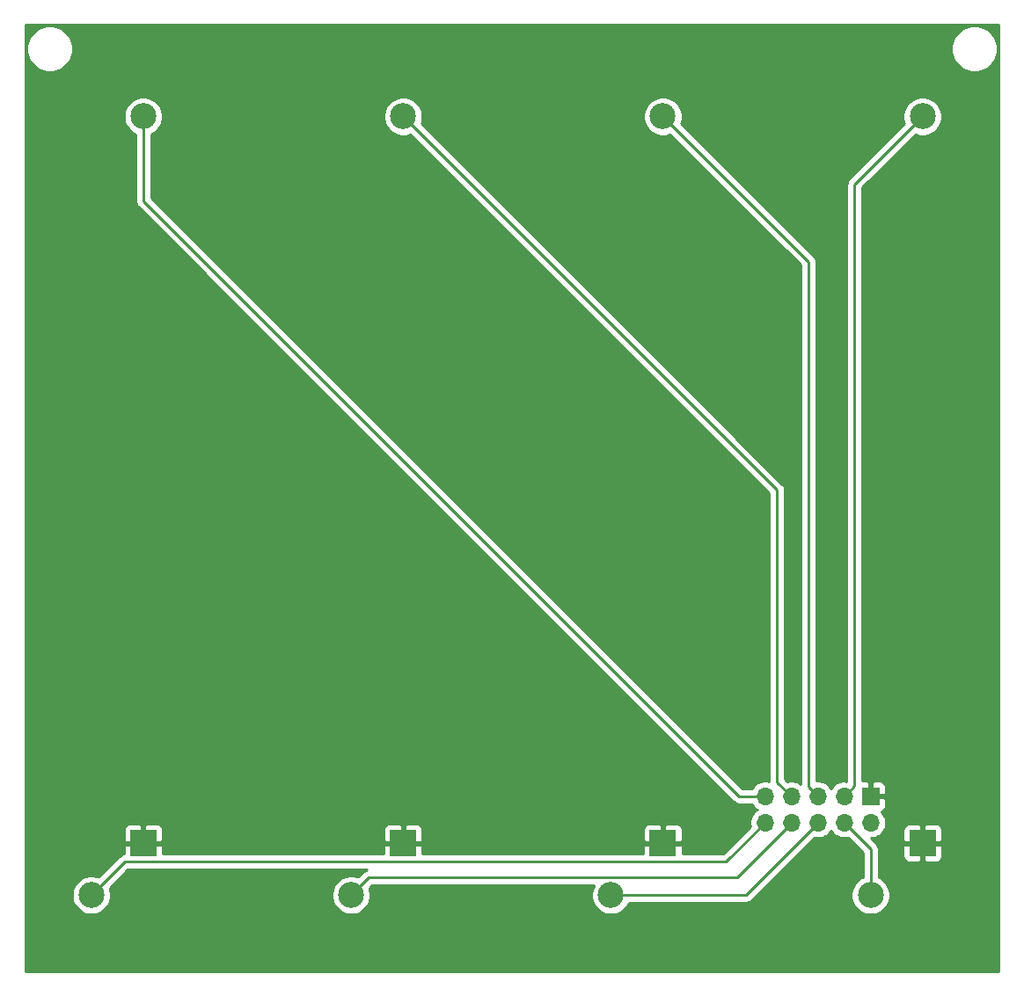
<source format=gbr>
%TF.GenerationSoftware,KiCad,Pcbnew,5.1.9-73d0e3b20d~88~ubuntu20.04.1*%
%TF.CreationDate,2021-04-01T10:52:46-04:00*%
%TF.ProjectId,ao_output,616f5f6f-7574-4707-9574-2e6b69636164,rev?*%
%TF.SameCoordinates,Original*%
%TF.FileFunction,Copper,L1,Top*%
%TF.FilePolarity,Positive*%
%FSLAX46Y46*%
G04 Gerber Fmt 4.6, Leading zero omitted, Abs format (unit mm)*
G04 Created by KiCad (PCBNEW 5.1.9-73d0e3b20d~88~ubuntu20.04.1) date 2021-04-01 10:52:46*
%MOMM*%
%LPD*%
G01*
G04 APERTURE LIST*
%TA.AperFunction,ComponentPad*%
%ADD10O,1.700000X1.700000*%
%TD*%
%TA.AperFunction,ComponentPad*%
%ADD11R,1.700000X1.700000*%
%TD*%
%TA.AperFunction,ComponentPad*%
%ADD12R,2.500000X2.500000*%
%TD*%
%TA.AperFunction,ComponentPad*%
%ADD13C,2.500000*%
%TD*%
%TA.AperFunction,Conductor*%
%ADD14C,0.250000*%
%TD*%
%TA.AperFunction,Conductor*%
%ADD15C,0.254000*%
%TD*%
%TA.AperFunction,Conductor*%
%ADD16C,0.100000*%
%TD*%
G04 APERTURE END LIST*
D10*
%TO.P,J11,10*%
%TO.N,IN4A*%
X-25660000Y-90040000D03*
%TO.P,J11,9*%
%TO.N,IN4*%
X-25660000Y-87500000D03*
%TO.P,J11,8*%
%TO.N,IN3A*%
X-23120000Y-90040000D03*
%TO.P,J11,7*%
%TO.N,IN3*%
X-23120000Y-87500000D03*
%TO.P,J11,6*%
%TO.N,IN2A*%
X-20580000Y-90040000D03*
%TO.P,J11,5*%
%TO.N,IN2*%
X-20580000Y-87500000D03*
%TO.P,J11,4*%
%TO.N,IN1A*%
X-18040000Y-90040000D03*
%TO.P,J11,3*%
%TO.N,IN1*%
X-18040000Y-87500000D03*
%TO.P,J11,2*%
%TO.N,Net-(J11-Pad2)*%
X-15500000Y-90040000D03*
D11*
%TO.P,J11,1*%
%TO.N,GND1*%
X-15500000Y-87500000D03*
%TD*%
D12*
%TO.P,RV2,1*%
%TO.N,GND1*%
X-35500000Y-92000000D03*
D13*
%TO.P,RV2,2*%
%TO.N,IN2A*%
X-40500000Y-97000000D03*
%TO.P,RV2,3*%
%TO.N,IN2*%
X-35500000Y-22000000D03*
%TD*%
D12*
%TO.P,RV1,1*%
%TO.N,GND1*%
X-10500000Y-92000000D03*
D13*
%TO.P,RV1,2*%
%TO.N,IN1A*%
X-15500000Y-97000000D03*
%TO.P,RV1,3*%
%TO.N,IN1*%
X-10500000Y-22000000D03*
%TD*%
D12*
%TO.P,RV4,1*%
%TO.N,GND1*%
X-85500000Y-92000000D03*
D13*
%TO.P,RV4,2*%
%TO.N,IN4A*%
X-90500000Y-97000000D03*
%TO.P,RV4,3*%
%TO.N,IN4*%
X-85500000Y-22000000D03*
%TD*%
D12*
%TO.P,RV3,1*%
%TO.N,GND1*%
X-60500000Y-92000000D03*
D13*
%TO.P,RV3,2*%
%TO.N,IN3A*%
X-65500000Y-97000000D03*
%TO.P,RV3,3*%
%TO.N,IN3*%
X-60500000Y-22000000D03*
%TD*%
D14*
%TO.N,IN4A*%
X-87300000Y-93800000D02*
X-90500000Y-97000000D01*
X-29420000Y-93800000D02*
X-87300000Y-93800000D01*
X-25660000Y-90040000D02*
X-29420000Y-93800000D01*
%TO.N,IN4*%
X-25660000Y-87500000D02*
X-28160000Y-87500000D01*
X-28160000Y-87500000D02*
X-85500000Y-30160000D01*
X-85500000Y-30160000D02*
X-85500000Y-22000000D01*
%TO.N,IN3A*%
X-28380000Y-95300000D02*
X-63800000Y-95300000D01*
X-23120000Y-90040000D02*
X-28380000Y-95300000D01*
X-63800000Y-95300000D02*
X-65500000Y-97000000D01*
%TO.N,IN3*%
X-24500000Y-58000000D02*
X-60500000Y-22000000D01*
X-24500000Y-86120000D02*
X-24500000Y-58000000D01*
X-23120000Y-87500000D02*
X-24500000Y-86120000D01*
%TO.N,IN2A*%
X-27500000Y-97000000D02*
X-40500000Y-97000000D01*
X-20580000Y-90080000D02*
X-27500000Y-97000000D01*
X-20580000Y-90040000D02*
X-20580000Y-90080000D01*
%TO.N,IN2*%
X-21500000Y-36000000D02*
X-35500000Y-22000000D01*
X-20580000Y-87500000D02*
X-21500000Y-86580000D01*
X-21500000Y-86580000D02*
X-21500000Y-36000000D01*
%TO.N,IN1A*%
X-15500000Y-92580000D02*
X-18040000Y-90040000D01*
X-15500000Y-97000000D02*
X-15500000Y-92580000D01*
%TO.N,IN1*%
X-17040000Y-28540000D02*
X-10500000Y-22000000D01*
X-18040000Y-87500000D02*
X-17040000Y-86500000D01*
X-17040000Y-86500000D02*
X-17040000Y-28540000D01*
%TD*%
D15*
%TO.N,GND1*%
X-3184999Y-104315000D02*
X-96815000Y-104315000D01*
X-96815000Y-96814344D01*
X-92385000Y-96814344D01*
X-92385000Y-97185656D01*
X-92312561Y-97549834D01*
X-92170466Y-97892882D01*
X-91964175Y-98201618D01*
X-91701618Y-98464175D01*
X-91392882Y-98670466D01*
X-91049834Y-98812561D01*
X-90685656Y-98885000D01*
X-90314344Y-98885000D01*
X-89950166Y-98812561D01*
X-89607118Y-98670466D01*
X-89298382Y-98464175D01*
X-89035825Y-98201618D01*
X-88829534Y-97892882D01*
X-88687439Y-97549834D01*
X-88615000Y-97185656D01*
X-88615000Y-96814344D01*
X-88687439Y-96450166D01*
X-88742481Y-96317283D01*
X-86985197Y-94560000D01*
X-63978665Y-94560000D01*
X-64092247Y-94594454D01*
X-64224277Y-94665026D01*
X-64307917Y-94733668D01*
X-64340001Y-94759999D01*
X-64363799Y-94788997D01*
X-64817283Y-95242481D01*
X-64950166Y-95187439D01*
X-65314344Y-95115000D01*
X-65685656Y-95115000D01*
X-66049834Y-95187439D01*
X-66392882Y-95329534D01*
X-66701618Y-95535825D01*
X-66964175Y-95798382D01*
X-67170466Y-96107118D01*
X-67312561Y-96450166D01*
X-67385000Y-96814344D01*
X-67385000Y-97185656D01*
X-67312561Y-97549834D01*
X-67170466Y-97892882D01*
X-66964175Y-98201618D01*
X-66701618Y-98464175D01*
X-66392882Y-98670466D01*
X-66049834Y-98812561D01*
X-65685656Y-98885000D01*
X-65314344Y-98885000D01*
X-64950166Y-98812561D01*
X-64607118Y-98670466D01*
X-64298382Y-98464175D01*
X-64035825Y-98201618D01*
X-63829534Y-97892882D01*
X-63687439Y-97549834D01*
X-63615000Y-97185656D01*
X-63615000Y-96814344D01*
X-63687439Y-96450166D01*
X-63742481Y-96317283D01*
X-63485198Y-96060000D01*
X-42138983Y-96060000D01*
X-42170466Y-96107118D01*
X-42312561Y-96450166D01*
X-42385000Y-96814344D01*
X-42385000Y-97185656D01*
X-42312561Y-97549834D01*
X-42170466Y-97892882D01*
X-41964175Y-98201618D01*
X-41701618Y-98464175D01*
X-41392882Y-98670466D01*
X-41049834Y-98812561D01*
X-40685656Y-98885000D01*
X-40314344Y-98885000D01*
X-39950166Y-98812561D01*
X-39607118Y-98670466D01*
X-39298382Y-98464175D01*
X-39035825Y-98201618D01*
X-38829534Y-97892882D01*
X-38774493Y-97760000D01*
X-27537322Y-97760000D01*
X-27500000Y-97763676D01*
X-27462678Y-97760000D01*
X-27462667Y-97760000D01*
X-27351014Y-97749003D01*
X-27207753Y-97705546D01*
X-27075724Y-97634974D01*
X-26959999Y-97540001D01*
X-26936196Y-97510997D01*
X-20913044Y-91487846D01*
X-20726260Y-91525000D01*
X-20433740Y-91525000D01*
X-20146842Y-91467932D01*
X-19876589Y-91355990D01*
X-19633368Y-91193475D01*
X-19426525Y-90986632D01*
X-19310000Y-90812240D01*
X-19193475Y-90986632D01*
X-18986632Y-91193475D01*
X-18743411Y-91355990D01*
X-18473158Y-91467932D01*
X-18186260Y-91525000D01*
X-17893740Y-91525000D01*
X-17673592Y-91481210D01*
X-16259999Y-92894804D01*
X-16260000Y-95274492D01*
X-16392882Y-95329534D01*
X-16701618Y-95535825D01*
X-16964175Y-95798382D01*
X-17170466Y-96107118D01*
X-17312561Y-96450166D01*
X-17385000Y-96814344D01*
X-17385000Y-97185656D01*
X-17312561Y-97549834D01*
X-17170466Y-97892882D01*
X-16964175Y-98201618D01*
X-16701618Y-98464175D01*
X-16392882Y-98670466D01*
X-16049834Y-98812561D01*
X-15685656Y-98885000D01*
X-15314344Y-98885000D01*
X-14950166Y-98812561D01*
X-14607118Y-98670466D01*
X-14298382Y-98464175D01*
X-14035825Y-98201618D01*
X-13829534Y-97892882D01*
X-13687439Y-97549834D01*
X-13615000Y-97185656D01*
X-13615000Y-96814344D01*
X-13687439Y-96450166D01*
X-13829534Y-96107118D01*
X-14035825Y-95798382D01*
X-14298382Y-95535825D01*
X-14607118Y-95329534D01*
X-14740000Y-95274493D01*
X-14740000Y-93250000D01*
X-12388072Y-93250000D01*
X-12375812Y-93374482D01*
X-12339502Y-93494180D01*
X-12280537Y-93604494D01*
X-12201185Y-93701185D01*
X-12104494Y-93780537D01*
X-11994180Y-93839502D01*
X-11874482Y-93875812D01*
X-11750000Y-93888072D01*
X-10785750Y-93885000D01*
X-10627000Y-93726250D01*
X-10627000Y-92127000D01*
X-10373000Y-92127000D01*
X-10373000Y-93726250D01*
X-10214250Y-93885000D01*
X-9250000Y-93888072D01*
X-9125518Y-93875812D01*
X-9005820Y-93839502D01*
X-8895506Y-93780537D01*
X-8798815Y-93701185D01*
X-8719463Y-93604494D01*
X-8660498Y-93494180D01*
X-8624188Y-93374482D01*
X-8611928Y-93250000D01*
X-8615000Y-92285750D01*
X-8773750Y-92127000D01*
X-10373000Y-92127000D01*
X-10627000Y-92127000D01*
X-12226250Y-92127000D01*
X-12385000Y-92285750D01*
X-12388072Y-93250000D01*
X-14740000Y-93250000D01*
X-14740000Y-92617322D01*
X-14736324Y-92579999D01*
X-14740000Y-92542676D01*
X-14740000Y-92542667D01*
X-14750997Y-92431014D01*
X-14794454Y-92287753D01*
X-14865026Y-92155724D01*
X-14888599Y-92127000D01*
X-14936201Y-92068996D01*
X-14936205Y-92068992D01*
X-14959999Y-92039999D01*
X-14988992Y-92016205D01*
X-15480197Y-91525000D01*
X-15353740Y-91525000D01*
X-15066842Y-91467932D01*
X-14796589Y-91355990D01*
X-14553368Y-91193475D01*
X-14346525Y-90986632D01*
X-14188413Y-90750000D01*
X-12388072Y-90750000D01*
X-12385000Y-91714250D01*
X-12226250Y-91873000D01*
X-10627000Y-91873000D01*
X-10627000Y-90273750D01*
X-10373000Y-90273750D01*
X-10373000Y-91873000D01*
X-8773750Y-91873000D01*
X-8615000Y-91714250D01*
X-8611928Y-90750000D01*
X-8624188Y-90625518D01*
X-8660498Y-90505820D01*
X-8719463Y-90395506D01*
X-8798815Y-90298815D01*
X-8895506Y-90219463D01*
X-9005820Y-90160498D01*
X-9125518Y-90124188D01*
X-9250000Y-90111928D01*
X-10214250Y-90115000D01*
X-10373000Y-90273750D01*
X-10627000Y-90273750D01*
X-10785750Y-90115000D01*
X-11750000Y-90111928D01*
X-11874482Y-90124188D01*
X-11994180Y-90160498D01*
X-12104494Y-90219463D01*
X-12201185Y-90298815D01*
X-12280537Y-90395506D01*
X-12339502Y-90505820D01*
X-12375812Y-90625518D01*
X-12388072Y-90750000D01*
X-14188413Y-90750000D01*
X-14184010Y-90743411D01*
X-14072068Y-90473158D01*
X-14015000Y-90186260D01*
X-14015000Y-89893740D01*
X-14072068Y-89606842D01*
X-14184010Y-89336589D01*
X-14346525Y-89093368D01*
X-14478380Y-88961513D01*
X-14405820Y-88939502D01*
X-14295506Y-88880537D01*
X-14198815Y-88801185D01*
X-14119463Y-88704494D01*
X-14060498Y-88594180D01*
X-14024188Y-88474482D01*
X-14011928Y-88350000D01*
X-14015000Y-87785750D01*
X-14173750Y-87627000D01*
X-15373000Y-87627000D01*
X-15373000Y-87647000D01*
X-15627000Y-87647000D01*
X-15627000Y-87627000D01*
X-15647000Y-87627000D01*
X-15647000Y-87373000D01*
X-15627000Y-87373000D01*
X-15627000Y-86173750D01*
X-15373000Y-86173750D01*
X-15373000Y-87373000D01*
X-14173750Y-87373000D01*
X-14015000Y-87214250D01*
X-14011928Y-86650000D01*
X-14024188Y-86525518D01*
X-14060498Y-86405820D01*
X-14119463Y-86295506D01*
X-14198815Y-86198815D01*
X-14295506Y-86119463D01*
X-14405820Y-86060498D01*
X-14525518Y-86024188D01*
X-14650000Y-86011928D01*
X-15214250Y-86015000D01*
X-15373000Y-86173750D01*
X-15627000Y-86173750D01*
X-15785750Y-86015000D01*
X-16280000Y-86012309D01*
X-16280000Y-28854801D01*
X-11182717Y-23757519D01*
X-11049834Y-23812561D01*
X-10685656Y-23885000D01*
X-10314344Y-23885000D01*
X-9950166Y-23812561D01*
X-9607118Y-23670466D01*
X-9298382Y-23464175D01*
X-9035825Y-23201618D01*
X-8829534Y-22892882D01*
X-8687439Y-22549834D01*
X-8615000Y-22185656D01*
X-8615000Y-21814344D01*
X-8687439Y-21450166D01*
X-8829534Y-21107118D01*
X-9035825Y-20798382D01*
X-9298382Y-20535825D01*
X-9607118Y-20329534D01*
X-9950166Y-20187439D01*
X-10314344Y-20115000D01*
X-10685656Y-20115000D01*
X-11049834Y-20187439D01*
X-11392882Y-20329534D01*
X-11701618Y-20535825D01*
X-11964175Y-20798382D01*
X-12170466Y-21107118D01*
X-12312561Y-21450166D01*
X-12385000Y-21814344D01*
X-12385000Y-22185656D01*
X-12312561Y-22549834D01*
X-12257519Y-22682717D01*
X-17551002Y-27976201D01*
X-17580000Y-27999999D01*
X-17603798Y-28028997D01*
X-17603799Y-28028998D01*
X-17674974Y-28115724D01*
X-17745546Y-28247754D01*
X-17789002Y-28391015D01*
X-17803676Y-28540000D01*
X-17799999Y-28577333D01*
X-17800000Y-86033646D01*
X-17893740Y-86015000D01*
X-18186260Y-86015000D01*
X-18473158Y-86072068D01*
X-18743411Y-86184010D01*
X-18986632Y-86346525D01*
X-19193475Y-86553368D01*
X-19310000Y-86727760D01*
X-19426525Y-86553368D01*
X-19633368Y-86346525D01*
X-19876589Y-86184010D01*
X-20146842Y-86072068D01*
X-20433740Y-86015000D01*
X-20726260Y-86015000D01*
X-20740000Y-86017733D01*
X-20740000Y-36037323D01*
X-20736324Y-36000000D01*
X-20740000Y-35962677D01*
X-20740000Y-35962667D01*
X-20750997Y-35851014D01*
X-20794454Y-35707753D01*
X-20865026Y-35575724D01*
X-20959999Y-35459999D01*
X-20988997Y-35436201D01*
X-33742481Y-22682718D01*
X-33687439Y-22549834D01*
X-33615000Y-22185656D01*
X-33615000Y-21814344D01*
X-33687439Y-21450166D01*
X-33829534Y-21107118D01*
X-34035825Y-20798382D01*
X-34298382Y-20535825D01*
X-34607118Y-20329534D01*
X-34950166Y-20187439D01*
X-35314344Y-20115000D01*
X-35685656Y-20115000D01*
X-36049834Y-20187439D01*
X-36392882Y-20329534D01*
X-36701618Y-20535825D01*
X-36964175Y-20798382D01*
X-37170466Y-21107118D01*
X-37312561Y-21450166D01*
X-37385000Y-21814344D01*
X-37385000Y-22185656D01*
X-37312561Y-22549834D01*
X-37170466Y-22892882D01*
X-36964175Y-23201618D01*
X-36701618Y-23464175D01*
X-36392882Y-23670466D01*
X-36049834Y-23812561D01*
X-35685656Y-23885000D01*
X-35314344Y-23885000D01*
X-34950166Y-23812561D01*
X-34817282Y-23757519D01*
X-22259999Y-36314803D01*
X-22260000Y-86288639D01*
X-22416589Y-86184010D01*
X-22686842Y-86072068D01*
X-22973740Y-86015000D01*
X-23266260Y-86015000D01*
X-23486408Y-86058791D01*
X-23740000Y-85805199D01*
X-23740000Y-58037322D01*
X-23736324Y-57999999D01*
X-23740000Y-57962676D01*
X-23740000Y-57962667D01*
X-23750997Y-57851014D01*
X-23794454Y-57707753D01*
X-23865026Y-57575724D01*
X-23959999Y-57459999D01*
X-23988997Y-57436201D01*
X-58742481Y-22682718D01*
X-58687439Y-22549834D01*
X-58615000Y-22185656D01*
X-58615000Y-21814344D01*
X-58687439Y-21450166D01*
X-58829534Y-21107118D01*
X-59035825Y-20798382D01*
X-59298382Y-20535825D01*
X-59607118Y-20329534D01*
X-59950166Y-20187439D01*
X-60314344Y-20115000D01*
X-60685656Y-20115000D01*
X-61049834Y-20187439D01*
X-61392882Y-20329534D01*
X-61701618Y-20535825D01*
X-61964175Y-20798382D01*
X-62170466Y-21107118D01*
X-62312561Y-21450166D01*
X-62385000Y-21814344D01*
X-62385000Y-22185656D01*
X-62312561Y-22549834D01*
X-62170466Y-22892882D01*
X-61964175Y-23201618D01*
X-61701618Y-23464175D01*
X-61392882Y-23670466D01*
X-61049834Y-23812561D01*
X-60685656Y-23885000D01*
X-60314344Y-23885000D01*
X-59950166Y-23812561D01*
X-59817282Y-23757519D01*
X-25259999Y-58314803D01*
X-25260000Y-86065472D01*
X-25513740Y-86015000D01*
X-25806260Y-86015000D01*
X-26093158Y-86072068D01*
X-26363411Y-86184010D01*
X-26606632Y-86346525D01*
X-26813475Y-86553368D01*
X-26938178Y-86740000D01*
X-27845198Y-86740000D01*
X-84740000Y-29845199D01*
X-84740000Y-23725507D01*
X-84607118Y-23670466D01*
X-84298382Y-23464175D01*
X-84035825Y-23201618D01*
X-83829534Y-22892882D01*
X-83687439Y-22549834D01*
X-83615000Y-22185656D01*
X-83615000Y-21814344D01*
X-83687439Y-21450166D01*
X-83829534Y-21107118D01*
X-84035825Y-20798382D01*
X-84298382Y-20535825D01*
X-84607118Y-20329534D01*
X-84950166Y-20187439D01*
X-85314344Y-20115000D01*
X-85685656Y-20115000D01*
X-86049834Y-20187439D01*
X-86392882Y-20329534D01*
X-86701618Y-20535825D01*
X-86964175Y-20798382D01*
X-87170466Y-21107118D01*
X-87312561Y-21450166D01*
X-87385000Y-21814344D01*
X-87385000Y-22185656D01*
X-87312561Y-22549834D01*
X-87170466Y-22892882D01*
X-86964175Y-23201618D01*
X-86701618Y-23464175D01*
X-86392882Y-23670466D01*
X-86259999Y-23725508D01*
X-86260000Y-30122678D01*
X-86263676Y-30160000D01*
X-86260000Y-30197322D01*
X-86260000Y-30197332D01*
X-86249003Y-30308985D01*
X-86205546Y-30452246D01*
X-86134974Y-30584276D01*
X-86095129Y-30632826D01*
X-86040001Y-30700001D01*
X-86010997Y-30723804D01*
X-28723799Y-88011003D01*
X-28700001Y-88040001D01*
X-28584276Y-88134974D01*
X-28452247Y-88205546D01*
X-28308986Y-88249003D01*
X-28197333Y-88260000D01*
X-28197325Y-88260000D01*
X-28160000Y-88263676D01*
X-28122675Y-88260000D01*
X-26938178Y-88260000D01*
X-26813475Y-88446632D01*
X-26606632Y-88653475D01*
X-26432240Y-88770000D01*
X-26606632Y-88886525D01*
X-26813475Y-89093368D01*
X-26975990Y-89336589D01*
X-27087932Y-89606842D01*
X-27145000Y-89893740D01*
X-27145000Y-90186260D01*
X-27101210Y-90406408D01*
X-29734801Y-93040000D01*
X-33612597Y-93040000D01*
X-33615000Y-92285750D01*
X-33773750Y-92127000D01*
X-35373000Y-92127000D01*
X-35373000Y-92147000D01*
X-35627000Y-92147000D01*
X-35627000Y-92127000D01*
X-37226250Y-92127000D01*
X-37385000Y-92285750D01*
X-37387403Y-93040000D01*
X-58612597Y-93040000D01*
X-58615000Y-92285750D01*
X-58773750Y-92127000D01*
X-60373000Y-92127000D01*
X-60373000Y-92147000D01*
X-60627000Y-92147000D01*
X-60627000Y-92127000D01*
X-62226250Y-92127000D01*
X-62385000Y-92285750D01*
X-62387403Y-93040000D01*
X-83612597Y-93040000D01*
X-83615000Y-92285750D01*
X-83773750Y-92127000D01*
X-85373000Y-92127000D01*
X-85373000Y-92147000D01*
X-85627000Y-92147000D01*
X-85627000Y-92127000D01*
X-87226250Y-92127000D01*
X-87385000Y-92285750D01*
X-87387419Y-93044933D01*
X-87448986Y-93050997D01*
X-87592247Y-93094454D01*
X-87724276Y-93165026D01*
X-87724278Y-93165027D01*
X-87724277Y-93165027D01*
X-87811004Y-93236201D01*
X-87811008Y-93236205D01*
X-87840001Y-93259999D01*
X-87863795Y-93288992D01*
X-89817283Y-95242481D01*
X-89950166Y-95187439D01*
X-90314344Y-95115000D01*
X-90685656Y-95115000D01*
X-91049834Y-95187439D01*
X-91392882Y-95329534D01*
X-91701618Y-95535825D01*
X-91964175Y-95798382D01*
X-92170466Y-96107118D01*
X-92312561Y-96450166D01*
X-92385000Y-96814344D01*
X-96815000Y-96814344D01*
X-96815000Y-90750000D01*
X-87388072Y-90750000D01*
X-87385000Y-91714250D01*
X-87226250Y-91873000D01*
X-85627000Y-91873000D01*
X-85627000Y-90273750D01*
X-85373000Y-90273750D01*
X-85373000Y-91873000D01*
X-83773750Y-91873000D01*
X-83615000Y-91714250D01*
X-83611928Y-90750000D01*
X-62388072Y-90750000D01*
X-62385000Y-91714250D01*
X-62226250Y-91873000D01*
X-60627000Y-91873000D01*
X-60627000Y-90273750D01*
X-60373000Y-90273750D01*
X-60373000Y-91873000D01*
X-58773750Y-91873000D01*
X-58615000Y-91714250D01*
X-58611928Y-90750000D01*
X-37388072Y-90750000D01*
X-37385000Y-91714250D01*
X-37226250Y-91873000D01*
X-35627000Y-91873000D01*
X-35627000Y-90273750D01*
X-35373000Y-90273750D01*
X-35373000Y-91873000D01*
X-33773750Y-91873000D01*
X-33615000Y-91714250D01*
X-33611928Y-90750000D01*
X-33624188Y-90625518D01*
X-33660498Y-90505820D01*
X-33719463Y-90395506D01*
X-33798815Y-90298815D01*
X-33895506Y-90219463D01*
X-34005820Y-90160498D01*
X-34125518Y-90124188D01*
X-34250000Y-90111928D01*
X-35214250Y-90115000D01*
X-35373000Y-90273750D01*
X-35627000Y-90273750D01*
X-35785750Y-90115000D01*
X-36750000Y-90111928D01*
X-36874482Y-90124188D01*
X-36994180Y-90160498D01*
X-37104494Y-90219463D01*
X-37201185Y-90298815D01*
X-37280537Y-90395506D01*
X-37339502Y-90505820D01*
X-37375812Y-90625518D01*
X-37388072Y-90750000D01*
X-58611928Y-90750000D01*
X-58624188Y-90625518D01*
X-58660498Y-90505820D01*
X-58719463Y-90395506D01*
X-58798815Y-90298815D01*
X-58895506Y-90219463D01*
X-59005820Y-90160498D01*
X-59125518Y-90124188D01*
X-59250000Y-90111928D01*
X-60214250Y-90115000D01*
X-60373000Y-90273750D01*
X-60627000Y-90273750D01*
X-60785750Y-90115000D01*
X-61750000Y-90111928D01*
X-61874482Y-90124188D01*
X-61994180Y-90160498D01*
X-62104494Y-90219463D01*
X-62201185Y-90298815D01*
X-62280537Y-90395506D01*
X-62339502Y-90505820D01*
X-62375812Y-90625518D01*
X-62388072Y-90750000D01*
X-83611928Y-90750000D01*
X-83624188Y-90625518D01*
X-83660498Y-90505820D01*
X-83719463Y-90395506D01*
X-83798815Y-90298815D01*
X-83895506Y-90219463D01*
X-84005820Y-90160498D01*
X-84125518Y-90124188D01*
X-84250000Y-90111928D01*
X-85214250Y-90115000D01*
X-85373000Y-90273750D01*
X-85627000Y-90273750D01*
X-85785750Y-90115000D01*
X-86750000Y-90111928D01*
X-86874482Y-90124188D01*
X-86994180Y-90160498D01*
X-87104494Y-90219463D01*
X-87201185Y-90298815D01*
X-87280537Y-90395506D01*
X-87339502Y-90505820D01*
X-87375812Y-90625518D01*
X-87388072Y-90750000D01*
X-96815000Y-90750000D01*
X-96815000Y-15279872D01*
X-96735000Y-15279872D01*
X-96735000Y-15720128D01*
X-96649110Y-16151925D01*
X-96480631Y-16558669D01*
X-96236038Y-16924729D01*
X-95924729Y-17236038D01*
X-95558669Y-17480631D01*
X-95151925Y-17649110D01*
X-94720128Y-17735000D01*
X-94279872Y-17735000D01*
X-93848075Y-17649110D01*
X-93441331Y-17480631D01*
X-93075271Y-17236038D01*
X-92763962Y-16924729D01*
X-92519369Y-16558669D01*
X-92350890Y-16151925D01*
X-92265000Y-15720128D01*
X-92265000Y-15279872D01*
X-7735000Y-15279872D01*
X-7735000Y-15720128D01*
X-7649110Y-16151925D01*
X-7480631Y-16558669D01*
X-7236038Y-16924729D01*
X-6924729Y-17236038D01*
X-6558669Y-17480631D01*
X-6151925Y-17649110D01*
X-5720128Y-17735000D01*
X-5279872Y-17735000D01*
X-4848075Y-17649110D01*
X-4441331Y-17480631D01*
X-4075271Y-17236038D01*
X-3763962Y-16924729D01*
X-3519369Y-16558669D01*
X-3350890Y-16151925D01*
X-3265000Y-15720128D01*
X-3265000Y-15279872D01*
X-3350890Y-14848075D01*
X-3519369Y-14441331D01*
X-3763962Y-14075271D01*
X-4075271Y-13763962D01*
X-4441331Y-13519369D01*
X-4848075Y-13350890D01*
X-5279872Y-13265000D01*
X-5720128Y-13265000D01*
X-6151925Y-13350890D01*
X-6558669Y-13519369D01*
X-6924729Y-13763962D01*
X-7236038Y-14075271D01*
X-7480631Y-14441331D01*
X-7649110Y-14848075D01*
X-7735000Y-15279872D01*
X-92265000Y-15279872D01*
X-92350890Y-14848075D01*
X-92519369Y-14441331D01*
X-92763962Y-14075271D01*
X-93075271Y-13763962D01*
X-93441331Y-13519369D01*
X-93848075Y-13350890D01*
X-94279872Y-13265000D01*
X-94720128Y-13265000D01*
X-95151925Y-13350890D01*
X-95558669Y-13519369D01*
X-95924729Y-13763962D01*
X-96236038Y-14075271D01*
X-96480631Y-14441331D01*
X-96649110Y-14848075D01*
X-96735000Y-15279872D01*
X-96815000Y-15279872D01*
X-96815000Y-13185000D01*
X-3185000Y-13185000D01*
X-3184999Y-104315000D01*
%TA.AperFunction,Conductor*%
D16*
G36*
X-3184999Y-104315000D02*
G01*
X-96815000Y-104315000D01*
X-96815000Y-96814344D01*
X-92385000Y-96814344D01*
X-92385000Y-97185656D01*
X-92312561Y-97549834D01*
X-92170466Y-97892882D01*
X-91964175Y-98201618D01*
X-91701618Y-98464175D01*
X-91392882Y-98670466D01*
X-91049834Y-98812561D01*
X-90685656Y-98885000D01*
X-90314344Y-98885000D01*
X-89950166Y-98812561D01*
X-89607118Y-98670466D01*
X-89298382Y-98464175D01*
X-89035825Y-98201618D01*
X-88829534Y-97892882D01*
X-88687439Y-97549834D01*
X-88615000Y-97185656D01*
X-88615000Y-96814344D01*
X-88687439Y-96450166D01*
X-88742481Y-96317283D01*
X-86985197Y-94560000D01*
X-63978665Y-94560000D01*
X-64092247Y-94594454D01*
X-64224277Y-94665026D01*
X-64307917Y-94733668D01*
X-64340001Y-94759999D01*
X-64363799Y-94788997D01*
X-64817283Y-95242481D01*
X-64950166Y-95187439D01*
X-65314344Y-95115000D01*
X-65685656Y-95115000D01*
X-66049834Y-95187439D01*
X-66392882Y-95329534D01*
X-66701618Y-95535825D01*
X-66964175Y-95798382D01*
X-67170466Y-96107118D01*
X-67312561Y-96450166D01*
X-67385000Y-96814344D01*
X-67385000Y-97185656D01*
X-67312561Y-97549834D01*
X-67170466Y-97892882D01*
X-66964175Y-98201618D01*
X-66701618Y-98464175D01*
X-66392882Y-98670466D01*
X-66049834Y-98812561D01*
X-65685656Y-98885000D01*
X-65314344Y-98885000D01*
X-64950166Y-98812561D01*
X-64607118Y-98670466D01*
X-64298382Y-98464175D01*
X-64035825Y-98201618D01*
X-63829534Y-97892882D01*
X-63687439Y-97549834D01*
X-63615000Y-97185656D01*
X-63615000Y-96814344D01*
X-63687439Y-96450166D01*
X-63742481Y-96317283D01*
X-63485198Y-96060000D01*
X-42138983Y-96060000D01*
X-42170466Y-96107118D01*
X-42312561Y-96450166D01*
X-42385000Y-96814344D01*
X-42385000Y-97185656D01*
X-42312561Y-97549834D01*
X-42170466Y-97892882D01*
X-41964175Y-98201618D01*
X-41701618Y-98464175D01*
X-41392882Y-98670466D01*
X-41049834Y-98812561D01*
X-40685656Y-98885000D01*
X-40314344Y-98885000D01*
X-39950166Y-98812561D01*
X-39607118Y-98670466D01*
X-39298382Y-98464175D01*
X-39035825Y-98201618D01*
X-38829534Y-97892882D01*
X-38774493Y-97760000D01*
X-27537322Y-97760000D01*
X-27500000Y-97763676D01*
X-27462678Y-97760000D01*
X-27462667Y-97760000D01*
X-27351014Y-97749003D01*
X-27207753Y-97705546D01*
X-27075724Y-97634974D01*
X-26959999Y-97540001D01*
X-26936196Y-97510997D01*
X-20913044Y-91487846D01*
X-20726260Y-91525000D01*
X-20433740Y-91525000D01*
X-20146842Y-91467932D01*
X-19876589Y-91355990D01*
X-19633368Y-91193475D01*
X-19426525Y-90986632D01*
X-19310000Y-90812240D01*
X-19193475Y-90986632D01*
X-18986632Y-91193475D01*
X-18743411Y-91355990D01*
X-18473158Y-91467932D01*
X-18186260Y-91525000D01*
X-17893740Y-91525000D01*
X-17673592Y-91481210D01*
X-16259999Y-92894804D01*
X-16260000Y-95274492D01*
X-16392882Y-95329534D01*
X-16701618Y-95535825D01*
X-16964175Y-95798382D01*
X-17170466Y-96107118D01*
X-17312561Y-96450166D01*
X-17385000Y-96814344D01*
X-17385000Y-97185656D01*
X-17312561Y-97549834D01*
X-17170466Y-97892882D01*
X-16964175Y-98201618D01*
X-16701618Y-98464175D01*
X-16392882Y-98670466D01*
X-16049834Y-98812561D01*
X-15685656Y-98885000D01*
X-15314344Y-98885000D01*
X-14950166Y-98812561D01*
X-14607118Y-98670466D01*
X-14298382Y-98464175D01*
X-14035825Y-98201618D01*
X-13829534Y-97892882D01*
X-13687439Y-97549834D01*
X-13615000Y-97185656D01*
X-13615000Y-96814344D01*
X-13687439Y-96450166D01*
X-13829534Y-96107118D01*
X-14035825Y-95798382D01*
X-14298382Y-95535825D01*
X-14607118Y-95329534D01*
X-14740000Y-95274493D01*
X-14740000Y-93250000D01*
X-12388072Y-93250000D01*
X-12375812Y-93374482D01*
X-12339502Y-93494180D01*
X-12280537Y-93604494D01*
X-12201185Y-93701185D01*
X-12104494Y-93780537D01*
X-11994180Y-93839502D01*
X-11874482Y-93875812D01*
X-11750000Y-93888072D01*
X-10785750Y-93885000D01*
X-10627000Y-93726250D01*
X-10627000Y-92127000D01*
X-10373000Y-92127000D01*
X-10373000Y-93726250D01*
X-10214250Y-93885000D01*
X-9250000Y-93888072D01*
X-9125518Y-93875812D01*
X-9005820Y-93839502D01*
X-8895506Y-93780537D01*
X-8798815Y-93701185D01*
X-8719463Y-93604494D01*
X-8660498Y-93494180D01*
X-8624188Y-93374482D01*
X-8611928Y-93250000D01*
X-8615000Y-92285750D01*
X-8773750Y-92127000D01*
X-10373000Y-92127000D01*
X-10627000Y-92127000D01*
X-12226250Y-92127000D01*
X-12385000Y-92285750D01*
X-12388072Y-93250000D01*
X-14740000Y-93250000D01*
X-14740000Y-92617322D01*
X-14736324Y-92579999D01*
X-14740000Y-92542676D01*
X-14740000Y-92542667D01*
X-14750997Y-92431014D01*
X-14794454Y-92287753D01*
X-14865026Y-92155724D01*
X-14888599Y-92127000D01*
X-14936201Y-92068996D01*
X-14936205Y-92068992D01*
X-14959999Y-92039999D01*
X-14988992Y-92016205D01*
X-15480197Y-91525000D01*
X-15353740Y-91525000D01*
X-15066842Y-91467932D01*
X-14796589Y-91355990D01*
X-14553368Y-91193475D01*
X-14346525Y-90986632D01*
X-14188413Y-90750000D01*
X-12388072Y-90750000D01*
X-12385000Y-91714250D01*
X-12226250Y-91873000D01*
X-10627000Y-91873000D01*
X-10627000Y-90273750D01*
X-10373000Y-90273750D01*
X-10373000Y-91873000D01*
X-8773750Y-91873000D01*
X-8615000Y-91714250D01*
X-8611928Y-90750000D01*
X-8624188Y-90625518D01*
X-8660498Y-90505820D01*
X-8719463Y-90395506D01*
X-8798815Y-90298815D01*
X-8895506Y-90219463D01*
X-9005820Y-90160498D01*
X-9125518Y-90124188D01*
X-9250000Y-90111928D01*
X-10214250Y-90115000D01*
X-10373000Y-90273750D01*
X-10627000Y-90273750D01*
X-10785750Y-90115000D01*
X-11750000Y-90111928D01*
X-11874482Y-90124188D01*
X-11994180Y-90160498D01*
X-12104494Y-90219463D01*
X-12201185Y-90298815D01*
X-12280537Y-90395506D01*
X-12339502Y-90505820D01*
X-12375812Y-90625518D01*
X-12388072Y-90750000D01*
X-14188413Y-90750000D01*
X-14184010Y-90743411D01*
X-14072068Y-90473158D01*
X-14015000Y-90186260D01*
X-14015000Y-89893740D01*
X-14072068Y-89606842D01*
X-14184010Y-89336589D01*
X-14346525Y-89093368D01*
X-14478380Y-88961513D01*
X-14405820Y-88939502D01*
X-14295506Y-88880537D01*
X-14198815Y-88801185D01*
X-14119463Y-88704494D01*
X-14060498Y-88594180D01*
X-14024188Y-88474482D01*
X-14011928Y-88350000D01*
X-14015000Y-87785750D01*
X-14173750Y-87627000D01*
X-15373000Y-87627000D01*
X-15373000Y-87647000D01*
X-15627000Y-87647000D01*
X-15627000Y-87627000D01*
X-15647000Y-87627000D01*
X-15647000Y-87373000D01*
X-15627000Y-87373000D01*
X-15627000Y-86173750D01*
X-15373000Y-86173750D01*
X-15373000Y-87373000D01*
X-14173750Y-87373000D01*
X-14015000Y-87214250D01*
X-14011928Y-86650000D01*
X-14024188Y-86525518D01*
X-14060498Y-86405820D01*
X-14119463Y-86295506D01*
X-14198815Y-86198815D01*
X-14295506Y-86119463D01*
X-14405820Y-86060498D01*
X-14525518Y-86024188D01*
X-14650000Y-86011928D01*
X-15214250Y-86015000D01*
X-15373000Y-86173750D01*
X-15627000Y-86173750D01*
X-15785750Y-86015000D01*
X-16280000Y-86012309D01*
X-16280000Y-28854801D01*
X-11182717Y-23757519D01*
X-11049834Y-23812561D01*
X-10685656Y-23885000D01*
X-10314344Y-23885000D01*
X-9950166Y-23812561D01*
X-9607118Y-23670466D01*
X-9298382Y-23464175D01*
X-9035825Y-23201618D01*
X-8829534Y-22892882D01*
X-8687439Y-22549834D01*
X-8615000Y-22185656D01*
X-8615000Y-21814344D01*
X-8687439Y-21450166D01*
X-8829534Y-21107118D01*
X-9035825Y-20798382D01*
X-9298382Y-20535825D01*
X-9607118Y-20329534D01*
X-9950166Y-20187439D01*
X-10314344Y-20115000D01*
X-10685656Y-20115000D01*
X-11049834Y-20187439D01*
X-11392882Y-20329534D01*
X-11701618Y-20535825D01*
X-11964175Y-20798382D01*
X-12170466Y-21107118D01*
X-12312561Y-21450166D01*
X-12385000Y-21814344D01*
X-12385000Y-22185656D01*
X-12312561Y-22549834D01*
X-12257519Y-22682717D01*
X-17551002Y-27976201D01*
X-17580000Y-27999999D01*
X-17603798Y-28028997D01*
X-17603799Y-28028998D01*
X-17674974Y-28115724D01*
X-17745546Y-28247754D01*
X-17789002Y-28391015D01*
X-17803676Y-28540000D01*
X-17799999Y-28577333D01*
X-17800000Y-86033646D01*
X-17893740Y-86015000D01*
X-18186260Y-86015000D01*
X-18473158Y-86072068D01*
X-18743411Y-86184010D01*
X-18986632Y-86346525D01*
X-19193475Y-86553368D01*
X-19310000Y-86727760D01*
X-19426525Y-86553368D01*
X-19633368Y-86346525D01*
X-19876589Y-86184010D01*
X-20146842Y-86072068D01*
X-20433740Y-86015000D01*
X-20726260Y-86015000D01*
X-20740000Y-86017733D01*
X-20740000Y-36037323D01*
X-20736324Y-36000000D01*
X-20740000Y-35962677D01*
X-20740000Y-35962667D01*
X-20750997Y-35851014D01*
X-20794454Y-35707753D01*
X-20865026Y-35575724D01*
X-20959999Y-35459999D01*
X-20988997Y-35436201D01*
X-33742481Y-22682718D01*
X-33687439Y-22549834D01*
X-33615000Y-22185656D01*
X-33615000Y-21814344D01*
X-33687439Y-21450166D01*
X-33829534Y-21107118D01*
X-34035825Y-20798382D01*
X-34298382Y-20535825D01*
X-34607118Y-20329534D01*
X-34950166Y-20187439D01*
X-35314344Y-20115000D01*
X-35685656Y-20115000D01*
X-36049834Y-20187439D01*
X-36392882Y-20329534D01*
X-36701618Y-20535825D01*
X-36964175Y-20798382D01*
X-37170466Y-21107118D01*
X-37312561Y-21450166D01*
X-37385000Y-21814344D01*
X-37385000Y-22185656D01*
X-37312561Y-22549834D01*
X-37170466Y-22892882D01*
X-36964175Y-23201618D01*
X-36701618Y-23464175D01*
X-36392882Y-23670466D01*
X-36049834Y-23812561D01*
X-35685656Y-23885000D01*
X-35314344Y-23885000D01*
X-34950166Y-23812561D01*
X-34817282Y-23757519D01*
X-22259999Y-36314803D01*
X-22260000Y-86288639D01*
X-22416589Y-86184010D01*
X-22686842Y-86072068D01*
X-22973740Y-86015000D01*
X-23266260Y-86015000D01*
X-23486408Y-86058791D01*
X-23740000Y-85805199D01*
X-23740000Y-58037322D01*
X-23736324Y-57999999D01*
X-23740000Y-57962676D01*
X-23740000Y-57962667D01*
X-23750997Y-57851014D01*
X-23794454Y-57707753D01*
X-23865026Y-57575724D01*
X-23959999Y-57459999D01*
X-23988997Y-57436201D01*
X-58742481Y-22682718D01*
X-58687439Y-22549834D01*
X-58615000Y-22185656D01*
X-58615000Y-21814344D01*
X-58687439Y-21450166D01*
X-58829534Y-21107118D01*
X-59035825Y-20798382D01*
X-59298382Y-20535825D01*
X-59607118Y-20329534D01*
X-59950166Y-20187439D01*
X-60314344Y-20115000D01*
X-60685656Y-20115000D01*
X-61049834Y-20187439D01*
X-61392882Y-20329534D01*
X-61701618Y-20535825D01*
X-61964175Y-20798382D01*
X-62170466Y-21107118D01*
X-62312561Y-21450166D01*
X-62385000Y-21814344D01*
X-62385000Y-22185656D01*
X-62312561Y-22549834D01*
X-62170466Y-22892882D01*
X-61964175Y-23201618D01*
X-61701618Y-23464175D01*
X-61392882Y-23670466D01*
X-61049834Y-23812561D01*
X-60685656Y-23885000D01*
X-60314344Y-23885000D01*
X-59950166Y-23812561D01*
X-59817282Y-23757519D01*
X-25259999Y-58314803D01*
X-25260000Y-86065472D01*
X-25513740Y-86015000D01*
X-25806260Y-86015000D01*
X-26093158Y-86072068D01*
X-26363411Y-86184010D01*
X-26606632Y-86346525D01*
X-26813475Y-86553368D01*
X-26938178Y-86740000D01*
X-27845198Y-86740000D01*
X-84740000Y-29845199D01*
X-84740000Y-23725507D01*
X-84607118Y-23670466D01*
X-84298382Y-23464175D01*
X-84035825Y-23201618D01*
X-83829534Y-22892882D01*
X-83687439Y-22549834D01*
X-83615000Y-22185656D01*
X-83615000Y-21814344D01*
X-83687439Y-21450166D01*
X-83829534Y-21107118D01*
X-84035825Y-20798382D01*
X-84298382Y-20535825D01*
X-84607118Y-20329534D01*
X-84950166Y-20187439D01*
X-85314344Y-20115000D01*
X-85685656Y-20115000D01*
X-86049834Y-20187439D01*
X-86392882Y-20329534D01*
X-86701618Y-20535825D01*
X-86964175Y-20798382D01*
X-87170466Y-21107118D01*
X-87312561Y-21450166D01*
X-87385000Y-21814344D01*
X-87385000Y-22185656D01*
X-87312561Y-22549834D01*
X-87170466Y-22892882D01*
X-86964175Y-23201618D01*
X-86701618Y-23464175D01*
X-86392882Y-23670466D01*
X-86259999Y-23725508D01*
X-86260000Y-30122678D01*
X-86263676Y-30160000D01*
X-86260000Y-30197322D01*
X-86260000Y-30197332D01*
X-86249003Y-30308985D01*
X-86205546Y-30452246D01*
X-86134974Y-30584276D01*
X-86095129Y-30632826D01*
X-86040001Y-30700001D01*
X-86010997Y-30723804D01*
X-28723799Y-88011003D01*
X-28700001Y-88040001D01*
X-28584276Y-88134974D01*
X-28452247Y-88205546D01*
X-28308986Y-88249003D01*
X-28197333Y-88260000D01*
X-28197325Y-88260000D01*
X-28160000Y-88263676D01*
X-28122675Y-88260000D01*
X-26938178Y-88260000D01*
X-26813475Y-88446632D01*
X-26606632Y-88653475D01*
X-26432240Y-88770000D01*
X-26606632Y-88886525D01*
X-26813475Y-89093368D01*
X-26975990Y-89336589D01*
X-27087932Y-89606842D01*
X-27145000Y-89893740D01*
X-27145000Y-90186260D01*
X-27101210Y-90406408D01*
X-29734801Y-93040000D01*
X-33612597Y-93040000D01*
X-33615000Y-92285750D01*
X-33773750Y-92127000D01*
X-35373000Y-92127000D01*
X-35373000Y-92147000D01*
X-35627000Y-92147000D01*
X-35627000Y-92127000D01*
X-37226250Y-92127000D01*
X-37385000Y-92285750D01*
X-37387403Y-93040000D01*
X-58612597Y-93040000D01*
X-58615000Y-92285750D01*
X-58773750Y-92127000D01*
X-60373000Y-92127000D01*
X-60373000Y-92147000D01*
X-60627000Y-92147000D01*
X-60627000Y-92127000D01*
X-62226250Y-92127000D01*
X-62385000Y-92285750D01*
X-62387403Y-93040000D01*
X-83612597Y-93040000D01*
X-83615000Y-92285750D01*
X-83773750Y-92127000D01*
X-85373000Y-92127000D01*
X-85373000Y-92147000D01*
X-85627000Y-92147000D01*
X-85627000Y-92127000D01*
X-87226250Y-92127000D01*
X-87385000Y-92285750D01*
X-87387419Y-93044933D01*
X-87448986Y-93050997D01*
X-87592247Y-93094454D01*
X-87724276Y-93165026D01*
X-87724278Y-93165027D01*
X-87724277Y-93165027D01*
X-87811004Y-93236201D01*
X-87811008Y-93236205D01*
X-87840001Y-93259999D01*
X-87863795Y-93288992D01*
X-89817283Y-95242481D01*
X-89950166Y-95187439D01*
X-90314344Y-95115000D01*
X-90685656Y-95115000D01*
X-91049834Y-95187439D01*
X-91392882Y-95329534D01*
X-91701618Y-95535825D01*
X-91964175Y-95798382D01*
X-92170466Y-96107118D01*
X-92312561Y-96450166D01*
X-92385000Y-96814344D01*
X-96815000Y-96814344D01*
X-96815000Y-90750000D01*
X-87388072Y-90750000D01*
X-87385000Y-91714250D01*
X-87226250Y-91873000D01*
X-85627000Y-91873000D01*
X-85627000Y-90273750D01*
X-85373000Y-90273750D01*
X-85373000Y-91873000D01*
X-83773750Y-91873000D01*
X-83615000Y-91714250D01*
X-83611928Y-90750000D01*
X-62388072Y-90750000D01*
X-62385000Y-91714250D01*
X-62226250Y-91873000D01*
X-60627000Y-91873000D01*
X-60627000Y-90273750D01*
X-60373000Y-90273750D01*
X-60373000Y-91873000D01*
X-58773750Y-91873000D01*
X-58615000Y-91714250D01*
X-58611928Y-90750000D01*
X-37388072Y-90750000D01*
X-37385000Y-91714250D01*
X-37226250Y-91873000D01*
X-35627000Y-91873000D01*
X-35627000Y-90273750D01*
X-35373000Y-90273750D01*
X-35373000Y-91873000D01*
X-33773750Y-91873000D01*
X-33615000Y-91714250D01*
X-33611928Y-90750000D01*
X-33624188Y-90625518D01*
X-33660498Y-90505820D01*
X-33719463Y-90395506D01*
X-33798815Y-90298815D01*
X-33895506Y-90219463D01*
X-34005820Y-90160498D01*
X-34125518Y-90124188D01*
X-34250000Y-90111928D01*
X-35214250Y-90115000D01*
X-35373000Y-90273750D01*
X-35627000Y-90273750D01*
X-35785750Y-90115000D01*
X-36750000Y-90111928D01*
X-36874482Y-90124188D01*
X-36994180Y-90160498D01*
X-37104494Y-90219463D01*
X-37201185Y-90298815D01*
X-37280537Y-90395506D01*
X-37339502Y-90505820D01*
X-37375812Y-90625518D01*
X-37388072Y-90750000D01*
X-58611928Y-90750000D01*
X-58624188Y-90625518D01*
X-58660498Y-90505820D01*
X-58719463Y-90395506D01*
X-58798815Y-90298815D01*
X-58895506Y-90219463D01*
X-59005820Y-90160498D01*
X-59125518Y-90124188D01*
X-59250000Y-90111928D01*
X-60214250Y-90115000D01*
X-60373000Y-90273750D01*
X-60627000Y-90273750D01*
X-60785750Y-90115000D01*
X-61750000Y-90111928D01*
X-61874482Y-90124188D01*
X-61994180Y-90160498D01*
X-62104494Y-90219463D01*
X-62201185Y-90298815D01*
X-62280537Y-90395506D01*
X-62339502Y-90505820D01*
X-62375812Y-90625518D01*
X-62388072Y-90750000D01*
X-83611928Y-90750000D01*
X-83624188Y-90625518D01*
X-83660498Y-90505820D01*
X-83719463Y-90395506D01*
X-83798815Y-90298815D01*
X-83895506Y-90219463D01*
X-84005820Y-90160498D01*
X-84125518Y-90124188D01*
X-84250000Y-90111928D01*
X-85214250Y-90115000D01*
X-85373000Y-90273750D01*
X-85627000Y-90273750D01*
X-85785750Y-90115000D01*
X-86750000Y-90111928D01*
X-86874482Y-90124188D01*
X-86994180Y-90160498D01*
X-87104494Y-90219463D01*
X-87201185Y-90298815D01*
X-87280537Y-90395506D01*
X-87339502Y-90505820D01*
X-87375812Y-90625518D01*
X-87388072Y-90750000D01*
X-96815000Y-90750000D01*
X-96815000Y-15279872D01*
X-96735000Y-15279872D01*
X-96735000Y-15720128D01*
X-96649110Y-16151925D01*
X-96480631Y-16558669D01*
X-96236038Y-16924729D01*
X-95924729Y-17236038D01*
X-95558669Y-17480631D01*
X-95151925Y-17649110D01*
X-94720128Y-17735000D01*
X-94279872Y-17735000D01*
X-93848075Y-17649110D01*
X-93441331Y-17480631D01*
X-93075271Y-17236038D01*
X-92763962Y-16924729D01*
X-92519369Y-16558669D01*
X-92350890Y-16151925D01*
X-92265000Y-15720128D01*
X-92265000Y-15279872D01*
X-7735000Y-15279872D01*
X-7735000Y-15720128D01*
X-7649110Y-16151925D01*
X-7480631Y-16558669D01*
X-7236038Y-16924729D01*
X-6924729Y-17236038D01*
X-6558669Y-17480631D01*
X-6151925Y-17649110D01*
X-5720128Y-17735000D01*
X-5279872Y-17735000D01*
X-4848075Y-17649110D01*
X-4441331Y-17480631D01*
X-4075271Y-17236038D01*
X-3763962Y-16924729D01*
X-3519369Y-16558669D01*
X-3350890Y-16151925D01*
X-3265000Y-15720128D01*
X-3265000Y-15279872D01*
X-3350890Y-14848075D01*
X-3519369Y-14441331D01*
X-3763962Y-14075271D01*
X-4075271Y-13763962D01*
X-4441331Y-13519369D01*
X-4848075Y-13350890D01*
X-5279872Y-13265000D01*
X-5720128Y-13265000D01*
X-6151925Y-13350890D01*
X-6558669Y-13519369D01*
X-6924729Y-13763962D01*
X-7236038Y-14075271D01*
X-7480631Y-14441331D01*
X-7649110Y-14848075D01*
X-7735000Y-15279872D01*
X-92265000Y-15279872D01*
X-92350890Y-14848075D01*
X-92519369Y-14441331D01*
X-92763962Y-14075271D01*
X-93075271Y-13763962D01*
X-93441331Y-13519369D01*
X-93848075Y-13350890D01*
X-94279872Y-13265000D01*
X-94720128Y-13265000D01*
X-95151925Y-13350890D01*
X-95558669Y-13519369D01*
X-95924729Y-13763962D01*
X-96236038Y-14075271D01*
X-96480631Y-14441331D01*
X-96649110Y-14848075D01*
X-96735000Y-15279872D01*
X-96815000Y-15279872D01*
X-96815000Y-13185000D01*
X-3185000Y-13185000D01*
X-3184999Y-104315000D01*
G37*
%TD.AperFunction*%
%TD*%
M02*

</source>
